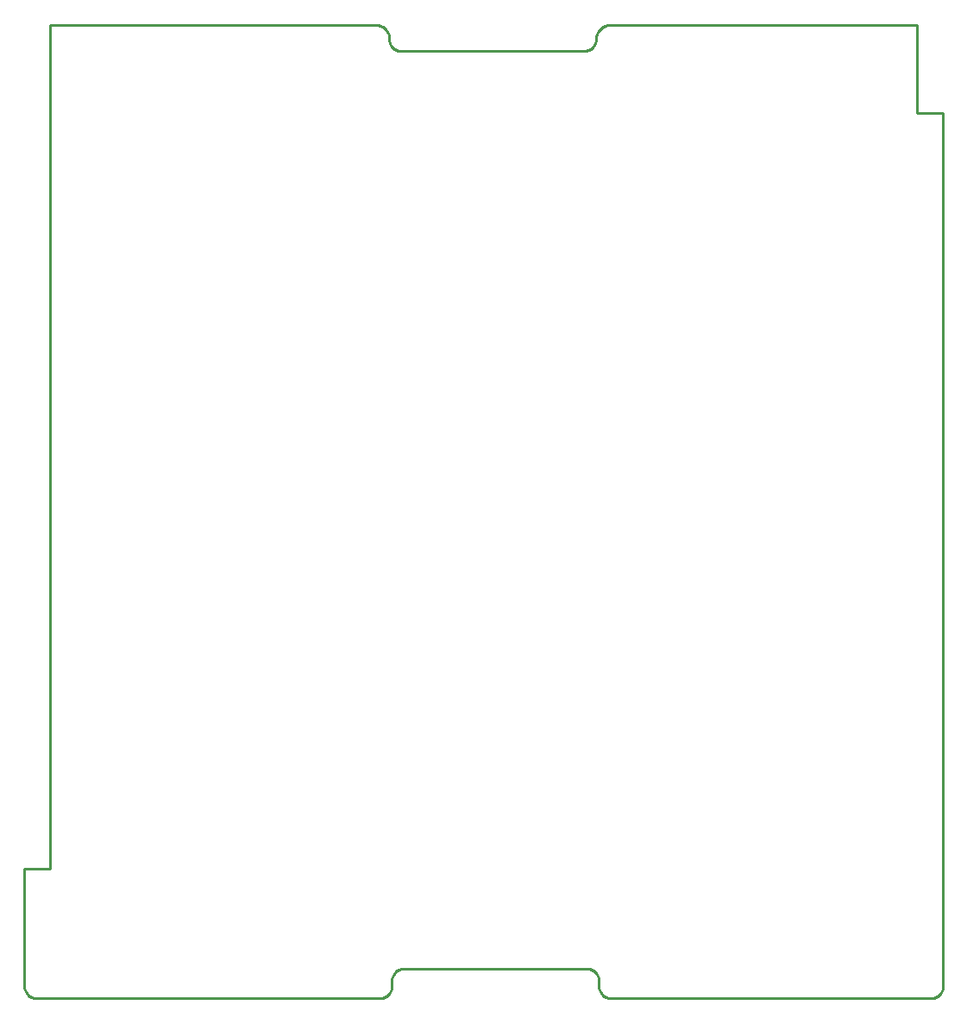
<source format=gbr>
G04 EAGLE Gerber RS-274X export*
G75*
%MOMM*%
%FSLAX34Y34*%
%LPD*%
%IN*%
%IPPOS*%
%AMOC8*
5,1,8,0,0,1.08239X$1,22.5*%
G01*
%ADD10C,0.254000*%


D10*
X0Y11938D02*
X45Y10898D01*
X181Y9865D01*
X407Y8848D01*
X720Y7855D01*
X1119Y6893D01*
X1599Y5969D01*
X2159Y5091D01*
X2793Y4264D01*
X3497Y3497D01*
X4264Y2793D01*
X5091Y2159D01*
X5969Y1599D01*
X6893Y1119D01*
X7855Y720D01*
X8848Y407D01*
X9865Y181D01*
X10898Y45D01*
X11938Y0D01*
X348742Y0D01*
X349782Y45D01*
X350815Y181D01*
X351832Y407D01*
X352825Y720D01*
X353787Y1119D01*
X354711Y1599D01*
X355589Y2159D01*
X356416Y2793D01*
X357183Y3497D01*
X357887Y4264D01*
X358521Y5091D01*
X359081Y5969D01*
X359562Y6893D01*
X359960Y7855D01*
X360273Y8848D01*
X360499Y9865D01*
X360635Y10898D01*
X360680Y11938D01*
X360680Y17272D01*
X360725Y18312D01*
X360861Y19345D01*
X361087Y20362D01*
X361400Y21355D01*
X361799Y22317D01*
X362279Y23241D01*
X362839Y24119D01*
X363473Y24946D01*
X364177Y25713D01*
X364944Y26417D01*
X365771Y27051D01*
X366649Y27611D01*
X367573Y28092D01*
X368535Y28490D01*
X369528Y28803D01*
X370545Y29029D01*
X371578Y29165D01*
X372618Y29210D01*
X551942Y29210D01*
X552982Y29165D01*
X554015Y29029D01*
X555032Y28803D01*
X556025Y28490D01*
X556987Y28092D01*
X557911Y27611D01*
X558789Y27051D01*
X559616Y26417D01*
X560383Y25713D01*
X561087Y24946D01*
X561721Y24119D01*
X562281Y23241D01*
X562762Y22317D01*
X563160Y21355D01*
X563473Y20362D01*
X563699Y19345D01*
X563835Y18312D01*
X563880Y17272D01*
X563880Y11938D01*
X563925Y10898D01*
X564061Y9865D01*
X564287Y8848D01*
X564600Y7855D01*
X564999Y6893D01*
X565479Y5969D01*
X566039Y5091D01*
X566673Y4264D01*
X567377Y3497D01*
X568144Y2793D01*
X568971Y2159D01*
X569849Y1599D01*
X570773Y1119D01*
X571735Y720D01*
X572728Y407D01*
X573745Y181D01*
X574778Y45D01*
X575818Y0D01*
X889762Y0D01*
X890802Y45D01*
X891835Y181D01*
X892852Y407D01*
X893845Y720D01*
X894807Y1119D01*
X895731Y1599D01*
X896609Y2159D01*
X897436Y2793D01*
X898203Y3497D01*
X898907Y4264D01*
X899541Y5091D01*
X900101Y5969D01*
X900582Y6893D01*
X900980Y7855D01*
X901293Y8848D01*
X901519Y9865D01*
X901655Y10898D01*
X901700Y11938D01*
X901700Y868680D01*
X876300Y868680D01*
X876300Y955040D01*
X574040Y955040D01*
X572933Y954992D01*
X571835Y954847D01*
X570753Y954607D01*
X569696Y954274D01*
X568673Y953850D01*
X567690Y953339D01*
X566756Y952743D01*
X565877Y952069D01*
X565060Y951320D01*
X564311Y950503D01*
X563637Y949624D01*
X563041Y948690D01*
X562530Y947707D01*
X562106Y946684D01*
X561773Y945627D01*
X561533Y944545D01*
X561388Y943447D01*
X561340Y942340D01*
X561292Y941233D01*
X561147Y940135D01*
X560907Y939053D01*
X560574Y937996D01*
X560150Y936973D01*
X559639Y935990D01*
X559043Y935056D01*
X558369Y934177D01*
X557620Y933360D01*
X556803Y932611D01*
X555924Y931937D01*
X554990Y931341D01*
X554007Y930830D01*
X552984Y930406D01*
X551927Y930073D01*
X550845Y929833D01*
X549747Y929688D01*
X548640Y929640D01*
X368300Y929640D01*
X367309Y929794D01*
X366335Y930034D01*
X365385Y930358D01*
X364467Y930764D01*
X363588Y931248D01*
X362755Y931806D01*
X361974Y932436D01*
X361250Y933130D01*
X360590Y933886D01*
X359998Y934696D01*
X359479Y935554D01*
X359036Y936455D01*
X358674Y937390D01*
X358395Y938354D01*
X358201Y939338D01*
X358093Y940336D01*
X358073Y941339D01*
X358140Y942340D01*
X358092Y943447D01*
X357947Y944545D01*
X357707Y945627D01*
X357374Y946684D01*
X356950Y947707D01*
X356439Y948690D01*
X355843Y949624D01*
X355169Y950503D01*
X354420Y951320D01*
X353603Y952069D01*
X352724Y952743D01*
X351790Y953339D01*
X350807Y953850D01*
X349784Y954274D01*
X348727Y954607D01*
X347645Y954847D01*
X346547Y954992D01*
X345440Y955040D01*
X25400Y955040D01*
X25400Y127000D01*
X0Y127000D01*
X0Y11938D01*
M02*

</source>
